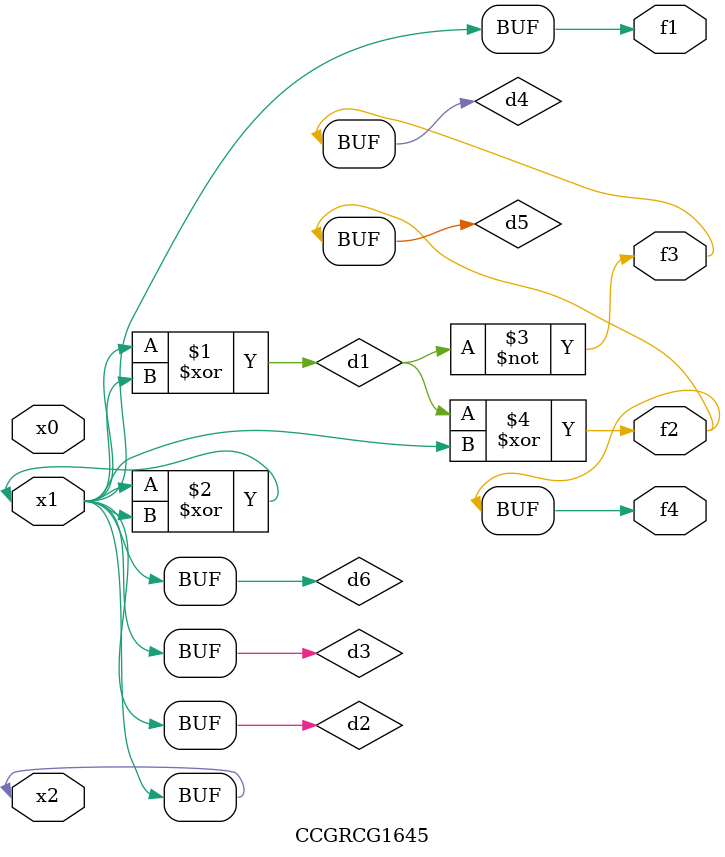
<source format=v>
module CCGRCG1645(
	input x0, x1, x2,
	output f1, f2, f3, f4
);

	wire d1, d2, d3, d4, d5, d6;

	xor (d1, x1, x2);
	buf (d2, x1, x2);
	xor (d3, x1, x2);
	nor (d4, d1);
	xor (d5, d1, d2);
	buf (d6, d2, d3);
	assign f1 = d6;
	assign f2 = d5;
	assign f3 = d4;
	assign f4 = d5;
endmodule

</source>
